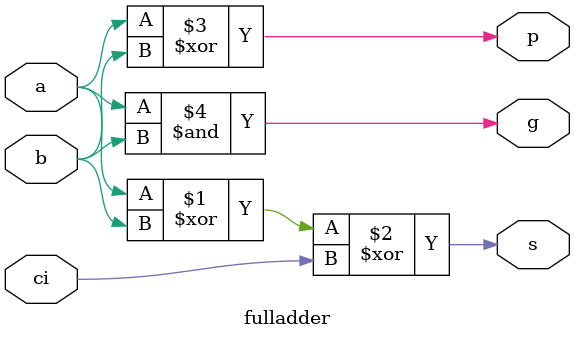
<source format=v>


module fulladder(
		input a,
		input b,
		input ci,
		output s,
		output p,
		output g
	);


	wire s = ((a^b)^ci);
	wire p = a^b;
	wire g = a&b;

endmodule



</source>
